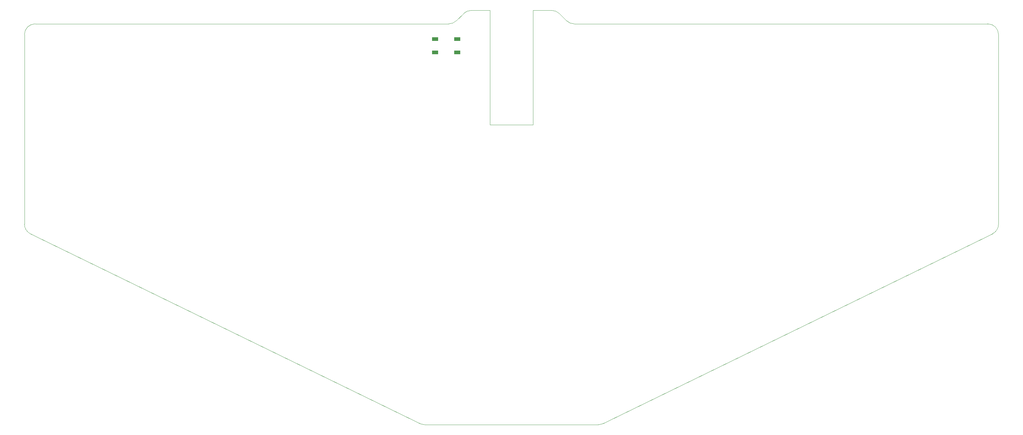
<source format=gbr>
%TF.GenerationSoftware,KiCad,Pcbnew,(5.1.6)-1*%
%TF.CreationDate,2020-07-18T08:53:22-05:00*%
%TF.ProjectId,ErgoChoco,4572676f-4368-46f6-936f-2e6b69636164,v1.0*%
%TF.SameCoordinates,Original*%
%TF.FileFunction,Paste,Top*%
%TF.FilePolarity,Positive*%
%FSLAX46Y46*%
G04 Gerber Fmt 4.6, Leading zero omitted, Abs format (unit mm)*
G04 Created by KiCad (PCBNEW (5.1.6)-1) date 2020-07-18 08:53:22*
%MOMM*%
%LPD*%
G01*
G04 APERTURE LIST*
%TA.AperFunction,Profile*%
%ADD10C,0.050000*%
%TD*%
%ADD11R,1.800000X1.100000*%
G04 APERTURE END LIST*
D10*
X14163395Y-108216023D02*
G75*
G02*
X12431250Y-105497100I1267855J2718923D01*
G01*
X122828475Y-161218923D02*
G75*
G03*
X124096330Y-161500000I1267855J2718923D01*
G01*
X174034025Y-161218923D02*
G75*
G02*
X172766170Y-161500000I-1267855J2718923D01*
G01*
X282699105Y-108216023D02*
G75*
G03*
X284431250Y-105497100I-1267855J2718923D01*
G01*
X284431250Y-52500000D02*
G75*
G03*
X281431250Y-49500000I-3000000J0D01*
G01*
X163802570Y-48621320D02*
G75*
G03*
X165923890Y-49500000I2121320J2121320D01*
G01*
X161809930Y-46628680D02*
G75*
G03*
X159688610Y-45750000I-2121320J-2121320D01*
G01*
X135052570Y-46628680D02*
G75*
G02*
X137173890Y-45750000I2121320J-2121320D01*
G01*
X130938610Y-49500000D02*
G75*
G03*
X133059930Y-48621320I0J3000000D01*
G01*
X12431250Y-52500000D02*
G75*
G02*
X15431250Y-49500000I3000000J0D01*
G01*
X12431250Y-52500000D02*
X12431250Y-105497100D01*
X14163400Y-108216020D02*
X122828480Y-161218920D01*
X124096330Y-161500000D02*
X172766170Y-161500000D01*
X282699100Y-108216020D02*
X174034020Y-161218920D01*
X284431250Y-52500000D02*
X284431250Y-105497100D01*
X165923890Y-49500000D02*
X281431250Y-49500000D01*
X161809930Y-46628680D02*
X163802570Y-48621320D01*
X154431250Y-45750000D02*
X159688610Y-45750000D01*
X154431250Y-45750000D02*
X154431250Y-77750000D01*
X142431250Y-77750000D02*
X154431250Y-77750000D01*
X142431250Y-45750000D02*
X142431250Y-77750000D01*
X137173890Y-45750000D02*
X142431250Y-45750000D01*
X133059930Y-48621320D02*
X135052570Y-46628680D01*
X15431250Y-49500000D02*
X130938610Y-49500000D01*
D11*
%TO.C,SW1*%
X127075000Y-57476000D03*
X133275000Y-53776000D03*
X127075000Y-53776000D03*
X133275000Y-57476000D03*
%TD*%
M02*

</source>
